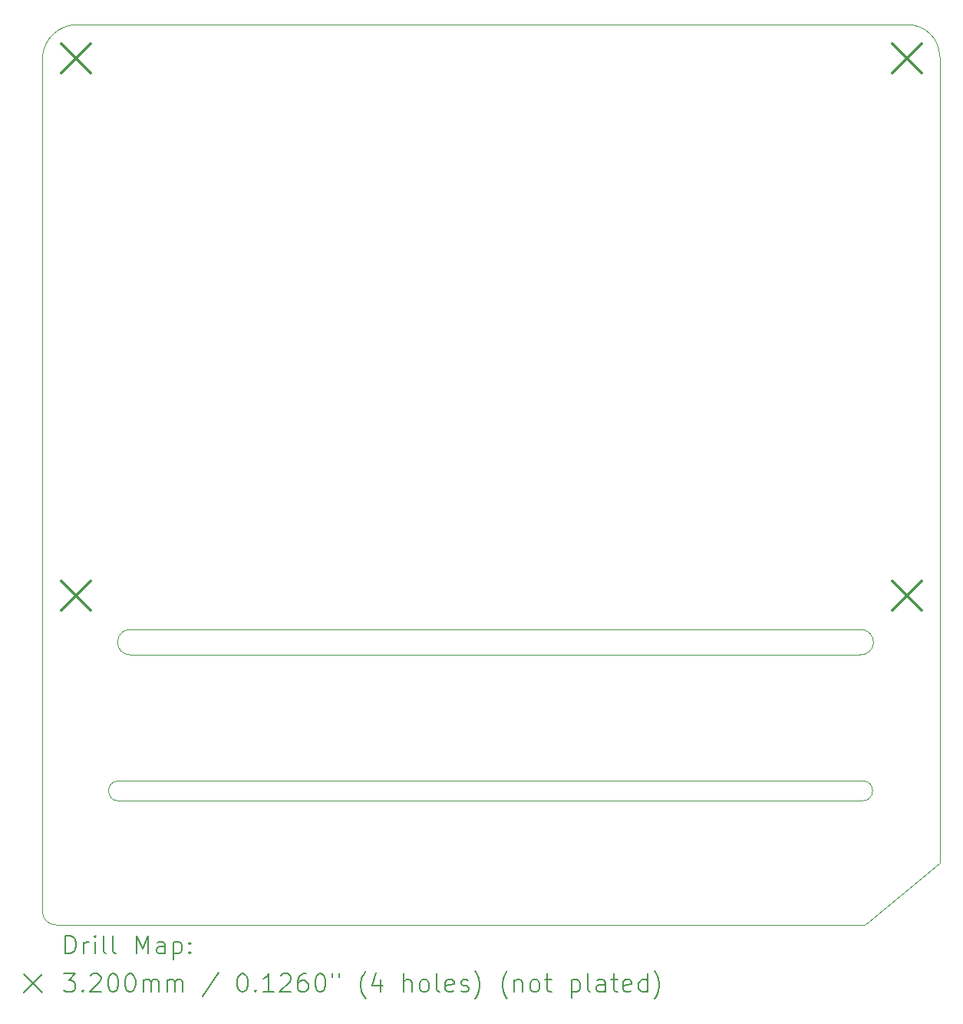
<source format=gbr>
%TF.GenerationSoftware,KiCad,Pcbnew,7.0.6*%
%TF.CreationDate,2023-11-01T15:52:36-07:00*%
%TF.ProjectId,Deliverable4_schematics,44656c69-7665-4726-9162-6c65345f7363,rev?*%
%TF.SameCoordinates,Original*%
%TF.FileFunction,Drillmap*%
%TF.FilePolarity,Positive*%
%FSLAX45Y45*%
G04 Gerber Fmt 4.5, Leading zero omitted, Abs format (unit mm)*
G04 Created by KiCad (PCBNEW 7.0.6) date 2023-11-01 15:52:36*
%MOMM*%
%LPD*%
G01*
G04 APERTURE LIST*
%ADD10C,0.100000*%
%ADD11C,0.200000*%
%ADD12C,0.320000*%
G04 APERTURE END LIST*
D10*
X26850000Y-7430000D02*
X17680000Y-7430000D01*
X27200000Y-16670000D02*
X27200000Y-13740000D01*
X18140000Y-15990000D02*
X26350000Y-15990000D01*
X26330000Y-14100000D02*
X18270000Y-14100000D01*
X27200000Y-7780000D02*
G75*
G03*
X26850000Y-7430000I-350000J0D01*
G01*
X17300000Y-15090000D02*
X17300000Y-16000000D01*
X17300000Y-17210000D02*
X17300000Y-16000000D01*
X18140000Y-15770000D02*
G75*
G03*
X18140000Y-15990000I0J-110000D01*
G01*
X26320025Y-14379644D02*
G75*
G03*
X26330000Y-14100000I9975J139644D01*
G01*
X27200000Y-16670000D02*
X26370000Y-17360000D01*
X17680000Y-7430000D02*
G75*
G03*
X17301119Y-7780855I0J-380000D01*
G01*
X27200000Y-13740000D02*
X27200000Y-7780000D01*
X26350000Y-15770000D02*
X18140000Y-15770000D01*
X17301119Y-7780855D02*
X17300000Y-13720000D01*
X17300000Y-15090000D02*
X17300000Y-13720000D01*
X18270000Y-14100000D02*
G75*
G03*
X18270000Y-14380000I0J-140000D01*
G01*
X17300000Y-17210000D02*
G75*
G03*
X17450000Y-17360000I150000J0D01*
G01*
X26350000Y-15990000D02*
G75*
G03*
X26350000Y-15770000I0J110000D01*
G01*
X26320000Y-14380000D02*
X18270000Y-14380000D01*
X26370000Y-17360000D02*
X17450000Y-17360000D01*
D11*
D12*
X17510000Y-7640000D02*
X17830000Y-7960000D01*
X17830000Y-7640000D02*
X17510000Y-7960000D01*
X17510000Y-13570000D02*
X17830000Y-13890000D01*
X17830000Y-13570000D02*
X17510000Y-13890000D01*
X26680000Y-7640000D02*
X27000000Y-7960000D01*
X27000000Y-7640000D02*
X26680000Y-7960000D01*
X26680000Y-13570000D02*
X27000000Y-13890000D01*
X27000000Y-13570000D02*
X26680000Y-13890000D01*
D11*
X17555777Y-17676484D02*
X17555777Y-17476484D01*
X17555777Y-17476484D02*
X17603396Y-17476484D01*
X17603396Y-17476484D02*
X17631967Y-17486008D01*
X17631967Y-17486008D02*
X17651015Y-17505055D01*
X17651015Y-17505055D02*
X17660539Y-17524103D01*
X17660539Y-17524103D02*
X17670063Y-17562198D01*
X17670063Y-17562198D02*
X17670063Y-17590770D01*
X17670063Y-17590770D02*
X17660539Y-17628865D01*
X17660539Y-17628865D02*
X17651015Y-17647912D01*
X17651015Y-17647912D02*
X17631967Y-17666960D01*
X17631967Y-17666960D02*
X17603396Y-17676484D01*
X17603396Y-17676484D02*
X17555777Y-17676484D01*
X17755777Y-17676484D02*
X17755777Y-17543150D01*
X17755777Y-17581246D02*
X17765301Y-17562198D01*
X17765301Y-17562198D02*
X17774824Y-17552674D01*
X17774824Y-17552674D02*
X17793872Y-17543150D01*
X17793872Y-17543150D02*
X17812920Y-17543150D01*
X17879586Y-17676484D02*
X17879586Y-17543150D01*
X17879586Y-17476484D02*
X17870063Y-17486008D01*
X17870063Y-17486008D02*
X17879586Y-17495531D01*
X17879586Y-17495531D02*
X17889110Y-17486008D01*
X17889110Y-17486008D02*
X17879586Y-17476484D01*
X17879586Y-17476484D02*
X17879586Y-17495531D01*
X18003396Y-17676484D02*
X17984348Y-17666960D01*
X17984348Y-17666960D02*
X17974824Y-17647912D01*
X17974824Y-17647912D02*
X17974824Y-17476484D01*
X18108158Y-17676484D02*
X18089110Y-17666960D01*
X18089110Y-17666960D02*
X18079586Y-17647912D01*
X18079586Y-17647912D02*
X18079586Y-17476484D01*
X18336729Y-17676484D02*
X18336729Y-17476484D01*
X18336729Y-17476484D02*
X18403396Y-17619341D01*
X18403396Y-17619341D02*
X18470063Y-17476484D01*
X18470063Y-17476484D02*
X18470063Y-17676484D01*
X18651015Y-17676484D02*
X18651015Y-17571722D01*
X18651015Y-17571722D02*
X18641491Y-17552674D01*
X18641491Y-17552674D02*
X18622444Y-17543150D01*
X18622444Y-17543150D02*
X18584348Y-17543150D01*
X18584348Y-17543150D02*
X18565301Y-17552674D01*
X18651015Y-17666960D02*
X18631967Y-17676484D01*
X18631967Y-17676484D02*
X18584348Y-17676484D01*
X18584348Y-17676484D02*
X18565301Y-17666960D01*
X18565301Y-17666960D02*
X18555777Y-17647912D01*
X18555777Y-17647912D02*
X18555777Y-17628865D01*
X18555777Y-17628865D02*
X18565301Y-17609817D01*
X18565301Y-17609817D02*
X18584348Y-17600293D01*
X18584348Y-17600293D02*
X18631967Y-17600293D01*
X18631967Y-17600293D02*
X18651015Y-17590770D01*
X18746253Y-17543150D02*
X18746253Y-17743150D01*
X18746253Y-17552674D02*
X18765301Y-17543150D01*
X18765301Y-17543150D02*
X18803396Y-17543150D01*
X18803396Y-17543150D02*
X18822444Y-17552674D01*
X18822444Y-17552674D02*
X18831967Y-17562198D01*
X18831967Y-17562198D02*
X18841491Y-17581246D01*
X18841491Y-17581246D02*
X18841491Y-17638389D01*
X18841491Y-17638389D02*
X18831967Y-17657436D01*
X18831967Y-17657436D02*
X18822444Y-17666960D01*
X18822444Y-17666960D02*
X18803396Y-17676484D01*
X18803396Y-17676484D02*
X18765301Y-17676484D01*
X18765301Y-17676484D02*
X18746253Y-17666960D01*
X18927205Y-17657436D02*
X18936729Y-17666960D01*
X18936729Y-17666960D02*
X18927205Y-17676484D01*
X18927205Y-17676484D02*
X18917682Y-17666960D01*
X18917682Y-17666960D02*
X18927205Y-17657436D01*
X18927205Y-17657436D02*
X18927205Y-17676484D01*
X18927205Y-17552674D02*
X18936729Y-17562198D01*
X18936729Y-17562198D02*
X18927205Y-17571722D01*
X18927205Y-17571722D02*
X18917682Y-17562198D01*
X18917682Y-17562198D02*
X18927205Y-17552674D01*
X18927205Y-17552674D02*
X18927205Y-17571722D01*
X17095000Y-17905000D02*
X17295000Y-18105000D01*
X17295000Y-17905000D02*
X17095000Y-18105000D01*
X17536729Y-17896484D02*
X17660539Y-17896484D01*
X17660539Y-17896484D02*
X17593872Y-17972674D01*
X17593872Y-17972674D02*
X17622444Y-17972674D01*
X17622444Y-17972674D02*
X17641491Y-17982198D01*
X17641491Y-17982198D02*
X17651015Y-17991722D01*
X17651015Y-17991722D02*
X17660539Y-18010770D01*
X17660539Y-18010770D02*
X17660539Y-18058389D01*
X17660539Y-18058389D02*
X17651015Y-18077436D01*
X17651015Y-18077436D02*
X17641491Y-18086960D01*
X17641491Y-18086960D02*
X17622444Y-18096484D01*
X17622444Y-18096484D02*
X17565301Y-18096484D01*
X17565301Y-18096484D02*
X17546253Y-18086960D01*
X17546253Y-18086960D02*
X17536729Y-18077436D01*
X17746253Y-18077436D02*
X17755777Y-18086960D01*
X17755777Y-18086960D02*
X17746253Y-18096484D01*
X17746253Y-18096484D02*
X17736729Y-18086960D01*
X17736729Y-18086960D02*
X17746253Y-18077436D01*
X17746253Y-18077436D02*
X17746253Y-18096484D01*
X17831967Y-17915531D02*
X17841491Y-17906008D01*
X17841491Y-17906008D02*
X17860539Y-17896484D01*
X17860539Y-17896484D02*
X17908158Y-17896484D01*
X17908158Y-17896484D02*
X17927205Y-17906008D01*
X17927205Y-17906008D02*
X17936729Y-17915531D01*
X17936729Y-17915531D02*
X17946253Y-17934579D01*
X17946253Y-17934579D02*
X17946253Y-17953627D01*
X17946253Y-17953627D02*
X17936729Y-17982198D01*
X17936729Y-17982198D02*
X17822444Y-18096484D01*
X17822444Y-18096484D02*
X17946253Y-18096484D01*
X18070063Y-17896484D02*
X18089110Y-17896484D01*
X18089110Y-17896484D02*
X18108158Y-17906008D01*
X18108158Y-17906008D02*
X18117682Y-17915531D01*
X18117682Y-17915531D02*
X18127205Y-17934579D01*
X18127205Y-17934579D02*
X18136729Y-17972674D01*
X18136729Y-17972674D02*
X18136729Y-18020293D01*
X18136729Y-18020293D02*
X18127205Y-18058389D01*
X18127205Y-18058389D02*
X18117682Y-18077436D01*
X18117682Y-18077436D02*
X18108158Y-18086960D01*
X18108158Y-18086960D02*
X18089110Y-18096484D01*
X18089110Y-18096484D02*
X18070063Y-18096484D01*
X18070063Y-18096484D02*
X18051015Y-18086960D01*
X18051015Y-18086960D02*
X18041491Y-18077436D01*
X18041491Y-18077436D02*
X18031967Y-18058389D01*
X18031967Y-18058389D02*
X18022444Y-18020293D01*
X18022444Y-18020293D02*
X18022444Y-17972674D01*
X18022444Y-17972674D02*
X18031967Y-17934579D01*
X18031967Y-17934579D02*
X18041491Y-17915531D01*
X18041491Y-17915531D02*
X18051015Y-17906008D01*
X18051015Y-17906008D02*
X18070063Y-17896484D01*
X18260539Y-17896484D02*
X18279586Y-17896484D01*
X18279586Y-17896484D02*
X18298634Y-17906008D01*
X18298634Y-17906008D02*
X18308158Y-17915531D01*
X18308158Y-17915531D02*
X18317682Y-17934579D01*
X18317682Y-17934579D02*
X18327205Y-17972674D01*
X18327205Y-17972674D02*
X18327205Y-18020293D01*
X18327205Y-18020293D02*
X18317682Y-18058389D01*
X18317682Y-18058389D02*
X18308158Y-18077436D01*
X18308158Y-18077436D02*
X18298634Y-18086960D01*
X18298634Y-18086960D02*
X18279586Y-18096484D01*
X18279586Y-18096484D02*
X18260539Y-18096484D01*
X18260539Y-18096484D02*
X18241491Y-18086960D01*
X18241491Y-18086960D02*
X18231967Y-18077436D01*
X18231967Y-18077436D02*
X18222444Y-18058389D01*
X18222444Y-18058389D02*
X18212920Y-18020293D01*
X18212920Y-18020293D02*
X18212920Y-17972674D01*
X18212920Y-17972674D02*
X18222444Y-17934579D01*
X18222444Y-17934579D02*
X18231967Y-17915531D01*
X18231967Y-17915531D02*
X18241491Y-17906008D01*
X18241491Y-17906008D02*
X18260539Y-17896484D01*
X18412920Y-18096484D02*
X18412920Y-17963150D01*
X18412920Y-17982198D02*
X18422444Y-17972674D01*
X18422444Y-17972674D02*
X18441491Y-17963150D01*
X18441491Y-17963150D02*
X18470063Y-17963150D01*
X18470063Y-17963150D02*
X18489110Y-17972674D01*
X18489110Y-17972674D02*
X18498634Y-17991722D01*
X18498634Y-17991722D02*
X18498634Y-18096484D01*
X18498634Y-17991722D02*
X18508158Y-17972674D01*
X18508158Y-17972674D02*
X18527205Y-17963150D01*
X18527205Y-17963150D02*
X18555777Y-17963150D01*
X18555777Y-17963150D02*
X18574825Y-17972674D01*
X18574825Y-17972674D02*
X18584348Y-17991722D01*
X18584348Y-17991722D02*
X18584348Y-18096484D01*
X18679586Y-18096484D02*
X18679586Y-17963150D01*
X18679586Y-17982198D02*
X18689110Y-17972674D01*
X18689110Y-17972674D02*
X18708158Y-17963150D01*
X18708158Y-17963150D02*
X18736729Y-17963150D01*
X18736729Y-17963150D02*
X18755777Y-17972674D01*
X18755777Y-17972674D02*
X18765301Y-17991722D01*
X18765301Y-17991722D02*
X18765301Y-18096484D01*
X18765301Y-17991722D02*
X18774825Y-17972674D01*
X18774825Y-17972674D02*
X18793872Y-17963150D01*
X18793872Y-17963150D02*
X18822444Y-17963150D01*
X18822444Y-17963150D02*
X18841491Y-17972674D01*
X18841491Y-17972674D02*
X18851015Y-17991722D01*
X18851015Y-17991722D02*
X18851015Y-18096484D01*
X19241491Y-17886960D02*
X19070063Y-18144103D01*
X19498634Y-17896484D02*
X19517682Y-17896484D01*
X19517682Y-17896484D02*
X19536729Y-17906008D01*
X19536729Y-17906008D02*
X19546253Y-17915531D01*
X19546253Y-17915531D02*
X19555777Y-17934579D01*
X19555777Y-17934579D02*
X19565301Y-17972674D01*
X19565301Y-17972674D02*
X19565301Y-18020293D01*
X19565301Y-18020293D02*
X19555777Y-18058389D01*
X19555777Y-18058389D02*
X19546253Y-18077436D01*
X19546253Y-18077436D02*
X19536729Y-18086960D01*
X19536729Y-18086960D02*
X19517682Y-18096484D01*
X19517682Y-18096484D02*
X19498634Y-18096484D01*
X19498634Y-18096484D02*
X19479587Y-18086960D01*
X19479587Y-18086960D02*
X19470063Y-18077436D01*
X19470063Y-18077436D02*
X19460539Y-18058389D01*
X19460539Y-18058389D02*
X19451015Y-18020293D01*
X19451015Y-18020293D02*
X19451015Y-17972674D01*
X19451015Y-17972674D02*
X19460539Y-17934579D01*
X19460539Y-17934579D02*
X19470063Y-17915531D01*
X19470063Y-17915531D02*
X19479587Y-17906008D01*
X19479587Y-17906008D02*
X19498634Y-17896484D01*
X19651015Y-18077436D02*
X19660539Y-18086960D01*
X19660539Y-18086960D02*
X19651015Y-18096484D01*
X19651015Y-18096484D02*
X19641491Y-18086960D01*
X19641491Y-18086960D02*
X19651015Y-18077436D01*
X19651015Y-18077436D02*
X19651015Y-18096484D01*
X19851015Y-18096484D02*
X19736729Y-18096484D01*
X19793872Y-18096484D02*
X19793872Y-17896484D01*
X19793872Y-17896484D02*
X19774825Y-17925055D01*
X19774825Y-17925055D02*
X19755777Y-17944103D01*
X19755777Y-17944103D02*
X19736729Y-17953627D01*
X19927206Y-17915531D02*
X19936729Y-17906008D01*
X19936729Y-17906008D02*
X19955777Y-17896484D01*
X19955777Y-17896484D02*
X20003396Y-17896484D01*
X20003396Y-17896484D02*
X20022444Y-17906008D01*
X20022444Y-17906008D02*
X20031968Y-17915531D01*
X20031968Y-17915531D02*
X20041491Y-17934579D01*
X20041491Y-17934579D02*
X20041491Y-17953627D01*
X20041491Y-17953627D02*
X20031968Y-17982198D01*
X20031968Y-17982198D02*
X19917682Y-18096484D01*
X19917682Y-18096484D02*
X20041491Y-18096484D01*
X20212920Y-17896484D02*
X20174825Y-17896484D01*
X20174825Y-17896484D02*
X20155777Y-17906008D01*
X20155777Y-17906008D02*
X20146253Y-17915531D01*
X20146253Y-17915531D02*
X20127206Y-17944103D01*
X20127206Y-17944103D02*
X20117682Y-17982198D01*
X20117682Y-17982198D02*
X20117682Y-18058389D01*
X20117682Y-18058389D02*
X20127206Y-18077436D01*
X20127206Y-18077436D02*
X20136729Y-18086960D01*
X20136729Y-18086960D02*
X20155777Y-18096484D01*
X20155777Y-18096484D02*
X20193872Y-18096484D01*
X20193872Y-18096484D02*
X20212920Y-18086960D01*
X20212920Y-18086960D02*
X20222444Y-18077436D01*
X20222444Y-18077436D02*
X20231968Y-18058389D01*
X20231968Y-18058389D02*
X20231968Y-18010770D01*
X20231968Y-18010770D02*
X20222444Y-17991722D01*
X20222444Y-17991722D02*
X20212920Y-17982198D01*
X20212920Y-17982198D02*
X20193872Y-17972674D01*
X20193872Y-17972674D02*
X20155777Y-17972674D01*
X20155777Y-17972674D02*
X20136729Y-17982198D01*
X20136729Y-17982198D02*
X20127206Y-17991722D01*
X20127206Y-17991722D02*
X20117682Y-18010770D01*
X20355777Y-17896484D02*
X20374825Y-17896484D01*
X20374825Y-17896484D02*
X20393872Y-17906008D01*
X20393872Y-17906008D02*
X20403396Y-17915531D01*
X20403396Y-17915531D02*
X20412920Y-17934579D01*
X20412920Y-17934579D02*
X20422444Y-17972674D01*
X20422444Y-17972674D02*
X20422444Y-18020293D01*
X20422444Y-18020293D02*
X20412920Y-18058389D01*
X20412920Y-18058389D02*
X20403396Y-18077436D01*
X20403396Y-18077436D02*
X20393872Y-18086960D01*
X20393872Y-18086960D02*
X20374825Y-18096484D01*
X20374825Y-18096484D02*
X20355777Y-18096484D01*
X20355777Y-18096484D02*
X20336729Y-18086960D01*
X20336729Y-18086960D02*
X20327206Y-18077436D01*
X20327206Y-18077436D02*
X20317682Y-18058389D01*
X20317682Y-18058389D02*
X20308158Y-18020293D01*
X20308158Y-18020293D02*
X20308158Y-17972674D01*
X20308158Y-17972674D02*
X20317682Y-17934579D01*
X20317682Y-17934579D02*
X20327206Y-17915531D01*
X20327206Y-17915531D02*
X20336729Y-17906008D01*
X20336729Y-17906008D02*
X20355777Y-17896484D01*
X20498634Y-17896484D02*
X20498634Y-17934579D01*
X20574825Y-17896484D02*
X20574825Y-17934579D01*
X20870063Y-18172674D02*
X20860539Y-18163150D01*
X20860539Y-18163150D02*
X20841491Y-18134579D01*
X20841491Y-18134579D02*
X20831968Y-18115531D01*
X20831968Y-18115531D02*
X20822444Y-18086960D01*
X20822444Y-18086960D02*
X20812920Y-18039341D01*
X20812920Y-18039341D02*
X20812920Y-18001246D01*
X20812920Y-18001246D02*
X20822444Y-17953627D01*
X20822444Y-17953627D02*
X20831968Y-17925055D01*
X20831968Y-17925055D02*
X20841491Y-17906008D01*
X20841491Y-17906008D02*
X20860539Y-17877436D01*
X20860539Y-17877436D02*
X20870063Y-17867912D01*
X21031968Y-17963150D02*
X21031968Y-18096484D01*
X20984349Y-17886960D02*
X20936730Y-18029817D01*
X20936730Y-18029817D02*
X21060539Y-18029817D01*
X21289111Y-18096484D02*
X21289111Y-17896484D01*
X21374825Y-18096484D02*
X21374825Y-17991722D01*
X21374825Y-17991722D02*
X21365301Y-17972674D01*
X21365301Y-17972674D02*
X21346253Y-17963150D01*
X21346253Y-17963150D02*
X21317682Y-17963150D01*
X21317682Y-17963150D02*
X21298634Y-17972674D01*
X21298634Y-17972674D02*
X21289111Y-17982198D01*
X21498634Y-18096484D02*
X21479587Y-18086960D01*
X21479587Y-18086960D02*
X21470063Y-18077436D01*
X21470063Y-18077436D02*
X21460539Y-18058389D01*
X21460539Y-18058389D02*
X21460539Y-18001246D01*
X21460539Y-18001246D02*
X21470063Y-17982198D01*
X21470063Y-17982198D02*
X21479587Y-17972674D01*
X21479587Y-17972674D02*
X21498634Y-17963150D01*
X21498634Y-17963150D02*
X21527206Y-17963150D01*
X21527206Y-17963150D02*
X21546253Y-17972674D01*
X21546253Y-17972674D02*
X21555777Y-17982198D01*
X21555777Y-17982198D02*
X21565301Y-18001246D01*
X21565301Y-18001246D02*
X21565301Y-18058389D01*
X21565301Y-18058389D02*
X21555777Y-18077436D01*
X21555777Y-18077436D02*
X21546253Y-18086960D01*
X21546253Y-18086960D02*
X21527206Y-18096484D01*
X21527206Y-18096484D02*
X21498634Y-18096484D01*
X21679587Y-18096484D02*
X21660539Y-18086960D01*
X21660539Y-18086960D02*
X21651015Y-18067912D01*
X21651015Y-18067912D02*
X21651015Y-17896484D01*
X21831968Y-18086960D02*
X21812920Y-18096484D01*
X21812920Y-18096484D02*
X21774825Y-18096484D01*
X21774825Y-18096484D02*
X21755777Y-18086960D01*
X21755777Y-18086960D02*
X21746253Y-18067912D01*
X21746253Y-18067912D02*
X21746253Y-17991722D01*
X21746253Y-17991722D02*
X21755777Y-17972674D01*
X21755777Y-17972674D02*
X21774825Y-17963150D01*
X21774825Y-17963150D02*
X21812920Y-17963150D01*
X21812920Y-17963150D02*
X21831968Y-17972674D01*
X21831968Y-17972674D02*
X21841492Y-17991722D01*
X21841492Y-17991722D02*
X21841492Y-18010770D01*
X21841492Y-18010770D02*
X21746253Y-18029817D01*
X21917682Y-18086960D02*
X21936730Y-18096484D01*
X21936730Y-18096484D02*
X21974825Y-18096484D01*
X21974825Y-18096484D02*
X21993873Y-18086960D01*
X21993873Y-18086960D02*
X22003396Y-18067912D01*
X22003396Y-18067912D02*
X22003396Y-18058389D01*
X22003396Y-18058389D02*
X21993873Y-18039341D01*
X21993873Y-18039341D02*
X21974825Y-18029817D01*
X21974825Y-18029817D02*
X21946253Y-18029817D01*
X21946253Y-18029817D02*
X21927206Y-18020293D01*
X21927206Y-18020293D02*
X21917682Y-18001246D01*
X21917682Y-18001246D02*
X21917682Y-17991722D01*
X21917682Y-17991722D02*
X21927206Y-17972674D01*
X21927206Y-17972674D02*
X21946253Y-17963150D01*
X21946253Y-17963150D02*
X21974825Y-17963150D01*
X21974825Y-17963150D02*
X21993873Y-17972674D01*
X22070063Y-18172674D02*
X22079587Y-18163150D01*
X22079587Y-18163150D02*
X22098634Y-18134579D01*
X22098634Y-18134579D02*
X22108158Y-18115531D01*
X22108158Y-18115531D02*
X22117682Y-18086960D01*
X22117682Y-18086960D02*
X22127206Y-18039341D01*
X22127206Y-18039341D02*
X22127206Y-18001246D01*
X22127206Y-18001246D02*
X22117682Y-17953627D01*
X22117682Y-17953627D02*
X22108158Y-17925055D01*
X22108158Y-17925055D02*
X22098634Y-17906008D01*
X22098634Y-17906008D02*
X22079587Y-17877436D01*
X22079587Y-17877436D02*
X22070063Y-17867912D01*
X22431968Y-18172674D02*
X22422444Y-18163150D01*
X22422444Y-18163150D02*
X22403396Y-18134579D01*
X22403396Y-18134579D02*
X22393872Y-18115531D01*
X22393872Y-18115531D02*
X22384349Y-18086960D01*
X22384349Y-18086960D02*
X22374825Y-18039341D01*
X22374825Y-18039341D02*
X22374825Y-18001246D01*
X22374825Y-18001246D02*
X22384349Y-17953627D01*
X22384349Y-17953627D02*
X22393872Y-17925055D01*
X22393872Y-17925055D02*
X22403396Y-17906008D01*
X22403396Y-17906008D02*
X22422444Y-17877436D01*
X22422444Y-17877436D02*
X22431968Y-17867912D01*
X22508158Y-17963150D02*
X22508158Y-18096484D01*
X22508158Y-17982198D02*
X22517682Y-17972674D01*
X22517682Y-17972674D02*
X22536730Y-17963150D01*
X22536730Y-17963150D02*
X22565301Y-17963150D01*
X22565301Y-17963150D02*
X22584349Y-17972674D01*
X22584349Y-17972674D02*
X22593872Y-17991722D01*
X22593872Y-17991722D02*
X22593872Y-18096484D01*
X22717682Y-18096484D02*
X22698634Y-18086960D01*
X22698634Y-18086960D02*
X22689111Y-18077436D01*
X22689111Y-18077436D02*
X22679587Y-18058389D01*
X22679587Y-18058389D02*
X22679587Y-18001246D01*
X22679587Y-18001246D02*
X22689111Y-17982198D01*
X22689111Y-17982198D02*
X22698634Y-17972674D01*
X22698634Y-17972674D02*
X22717682Y-17963150D01*
X22717682Y-17963150D02*
X22746253Y-17963150D01*
X22746253Y-17963150D02*
X22765301Y-17972674D01*
X22765301Y-17972674D02*
X22774825Y-17982198D01*
X22774825Y-17982198D02*
X22784349Y-18001246D01*
X22784349Y-18001246D02*
X22784349Y-18058389D01*
X22784349Y-18058389D02*
X22774825Y-18077436D01*
X22774825Y-18077436D02*
X22765301Y-18086960D01*
X22765301Y-18086960D02*
X22746253Y-18096484D01*
X22746253Y-18096484D02*
X22717682Y-18096484D01*
X22841492Y-17963150D02*
X22917682Y-17963150D01*
X22870063Y-17896484D02*
X22870063Y-18067912D01*
X22870063Y-18067912D02*
X22879587Y-18086960D01*
X22879587Y-18086960D02*
X22898634Y-18096484D01*
X22898634Y-18096484D02*
X22917682Y-18096484D01*
X23136730Y-17963150D02*
X23136730Y-18163150D01*
X23136730Y-17972674D02*
X23155777Y-17963150D01*
X23155777Y-17963150D02*
X23193873Y-17963150D01*
X23193873Y-17963150D02*
X23212920Y-17972674D01*
X23212920Y-17972674D02*
X23222444Y-17982198D01*
X23222444Y-17982198D02*
X23231968Y-18001246D01*
X23231968Y-18001246D02*
X23231968Y-18058389D01*
X23231968Y-18058389D02*
X23222444Y-18077436D01*
X23222444Y-18077436D02*
X23212920Y-18086960D01*
X23212920Y-18086960D02*
X23193873Y-18096484D01*
X23193873Y-18096484D02*
X23155777Y-18096484D01*
X23155777Y-18096484D02*
X23136730Y-18086960D01*
X23346253Y-18096484D02*
X23327206Y-18086960D01*
X23327206Y-18086960D02*
X23317682Y-18067912D01*
X23317682Y-18067912D02*
X23317682Y-17896484D01*
X23508158Y-18096484D02*
X23508158Y-17991722D01*
X23508158Y-17991722D02*
X23498634Y-17972674D01*
X23498634Y-17972674D02*
X23479587Y-17963150D01*
X23479587Y-17963150D02*
X23441492Y-17963150D01*
X23441492Y-17963150D02*
X23422444Y-17972674D01*
X23508158Y-18086960D02*
X23489111Y-18096484D01*
X23489111Y-18096484D02*
X23441492Y-18096484D01*
X23441492Y-18096484D02*
X23422444Y-18086960D01*
X23422444Y-18086960D02*
X23412920Y-18067912D01*
X23412920Y-18067912D02*
X23412920Y-18048865D01*
X23412920Y-18048865D02*
X23422444Y-18029817D01*
X23422444Y-18029817D02*
X23441492Y-18020293D01*
X23441492Y-18020293D02*
X23489111Y-18020293D01*
X23489111Y-18020293D02*
X23508158Y-18010770D01*
X23574825Y-17963150D02*
X23651015Y-17963150D01*
X23603396Y-17896484D02*
X23603396Y-18067912D01*
X23603396Y-18067912D02*
X23612920Y-18086960D01*
X23612920Y-18086960D02*
X23631968Y-18096484D01*
X23631968Y-18096484D02*
X23651015Y-18096484D01*
X23793873Y-18086960D02*
X23774825Y-18096484D01*
X23774825Y-18096484D02*
X23736730Y-18096484D01*
X23736730Y-18096484D02*
X23717682Y-18086960D01*
X23717682Y-18086960D02*
X23708158Y-18067912D01*
X23708158Y-18067912D02*
X23708158Y-17991722D01*
X23708158Y-17991722D02*
X23717682Y-17972674D01*
X23717682Y-17972674D02*
X23736730Y-17963150D01*
X23736730Y-17963150D02*
X23774825Y-17963150D01*
X23774825Y-17963150D02*
X23793873Y-17972674D01*
X23793873Y-17972674D02*
X23803396Y-17991722D01*
X23803396Y-17991722D02*
X23803396Y-18010770D01*
X23803396Y-18010770D02*
X23708158Y-18029817D01*
X23974825Y-18096484D02*
X23974825Y-17896484D01*
X23974825Y-18086960D02*
X23955777Y-18096484D01*
X23955777Y-18096484D02*
X23917682Y-18096484D01*
X23917682Y-18096484D02*
X23898634Y-18086960D01*
X23898634Y-18086960D02*
X23889111Y-18077436D01*
X23889111Y-18077436D02*
X23879587Y-18058389D01*
X23879587Y-18058389D02*
X23879587Y-18001246D01*
X23879587Y-18001246D02*
X23889111Y-17982198D01*
X23889111Y-17982198D02*
X23898634Y-17972674D01*
X23898634Y-17972674D02*
X23917682Y-17963150D01*
X23917682Y-17963150D02*
X23955777Y-17963150D01*
X23955777Y-17963150D02*
X23974825Y-17972674D01*
X24051015Y-18172674D02*
X24060539Y-18163150D01*
X24060539Y-18163150D02*
X24079587Y-18134579D01*
X24079587Y-18134579D02*
X24089111Y-18115531D01*
X24089111Y-18115531D02*
X24098634Y-18086960D01*
X24098634Y-18086960D02*
X24108158Y-18039341D01*
X24108158Y-18039341D02*
X24108158Y-18001246D01*
X24108158Y-18001246D02*
X24098634Y-17953627D01*
X24098634Y-17953627D02*
X24089111Y-17925055D01*
X24089111Y-17925055D02*
X24079587Y-17906008D01*
X24079587Y-17906008D02*
X24060539Y-17877436D01*
X24060539Y-17877436D02*
X24051015Y-17867912D01*
M02*

</source>
